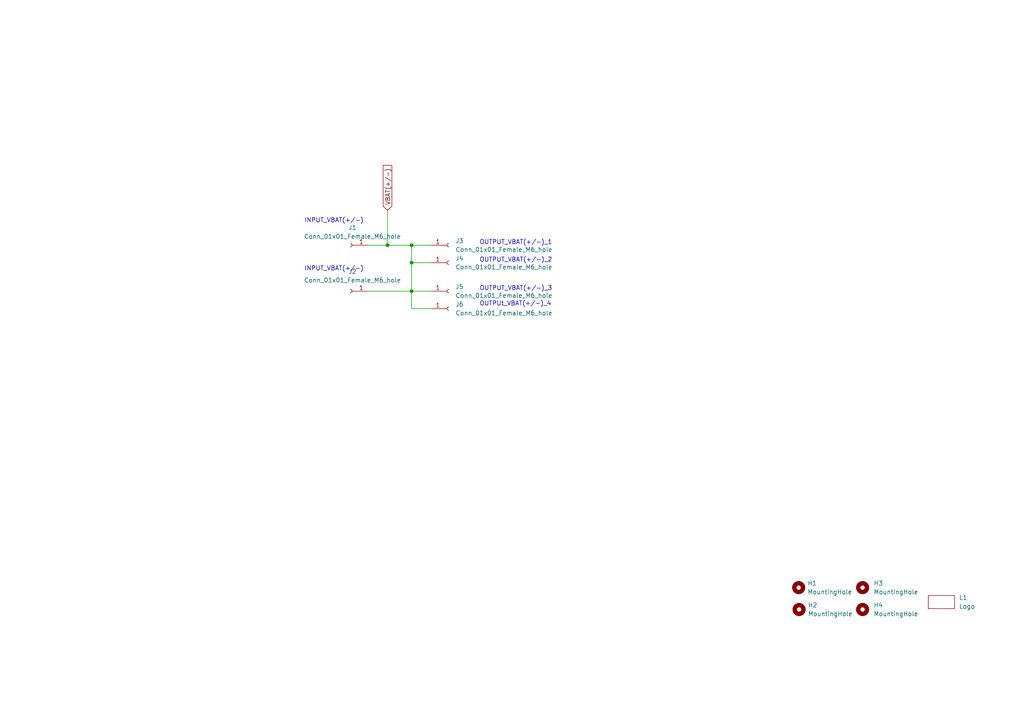
<source format=kicad_sch>
(kicad_sch (version 20211123) (generator eeschema)
  (paper "A4")
  (title_block (title "HV terminal branch 2-4") (date "2022-10-21") (rev "1.0") (company "teTra Aviation Corp."))
  (lib_symbols
    (symbol "Connector:Conn_01x01_Female" (pin_names (offset 1.016) hide)
      (property "Reference" "J" (at 0 2.54 0))
      (property "Value" "Conn_01x01_Female" (at 0 -2.54 0))
      (symbol "Conn_01x01_Female_1_1"
        (polyline (pts (xy -1.27 0) (xy -0.508 0)) (stroke (width 0.1524)))
        (arc (start 0 0.508) (mid -0.508 0) (end 0 -0.508) (stroke (width 0.1524)))
        (pin passive line (at -5.08 0 0) (length 3.81) (name "Pin_1") (number "1"))
      )
    )
    (symbol "Mechanical:MountingHole" (pin_names (offset 1.016))
      (property "Reference" "H" (at 0 5.08 0))
      (property "Value" "MountingHole" (at 0 3.175 0))
      (symbol "MountingHole_0_1"
        (circle (center 0 0) (radius 1.27) (stroke (width 1.27)))
      )
    )
    (symbol "kicad_teTra_library-1:Logo" (pin_names (offset 1.016))
      (property "Reference" "L" (at 0 5.08 0))
      (property "Value" "Logo" (at 0 1.27 0))
      (symbol "Logo_0_1"
        (rectangle (start -3.81 3.81) (end 3.81 0))
      )
    )
  )
  (junction (at 112.395 71.12))
  (junction (at 119.38 71.12))
  (junction (at 119.38 76.2))
  (junction (at 119.38 84.455))
  (wire (pts (xy 119.38 89.535) (xy 119.38 84.455)))
  (wire (pts (xy 125.095 89.535) (xy 119.38 89.535)))
  (wire (pts (xy 119.38 76.2) (xy 119.38 84.455)))
  (wire (pts (xy 119.38 84.455) (xy 125.095 84.455)))
  (wire (pts (xy 112.395 60.96) (xy 112.395 71.12)))
  (wire (pts (xy 125.095 76.2) (xy 119.38 76.2)))
  (wire (pts (xy 106.68 71.12) (xy 112.395 71.12)))
  (wire (pts (xy 112.395 71.12) (xy 119.38 71.12)))
  (wire (pts (xy 119.38 76.2) (xy 119.38 71.12)))
  (wire (pts (xy 106.68 84.455) (xy 119.38 84.455)))
  (wire (pts (xy 119.38 71.12) (xy 125.095 71.12)))
  (text "INPUT_VBAT(+/-)" (at 88.265 78.74 0) (effects (font (size 1.27 1.27)) (justify left bottom)))
  (text "OUTPUT_VBAT(+/-)_2" (at 139.065 76.2 0) (effects (font (size 1.27 1.27)) (justify left bottom)))
  (text "INPUT_VBAT(+/-)" (at 88.265 64.77 0) (effects (font (size 1.27 1.27)) (justify left bottom)))
  (text "OUTPUT_VBAT(+/-)_1" (at 139.065 71.12 0) (effects (font (size 1.27 1.27)) (justify left bottom)))
  (text "OUTPUt_VBAT(+/-)_4" (at 139.065 88.9 0) (effects (font (size 1.27 1.27)) (justify left bottom)))
  (text "OUTPUT_VBAT(+/-)_3" (at 139.065 84.455 0) (effects (font (size 1.27 1.27)) (justify left bottom)))
  (global_label "VBAT(+{slash}-)" (shape input) (at 112.395 60.96 90) (property "Intersheet References" "${INTERSHEET_REFS}" (effects hide)))
  (symbol (lib_id "Connector:Conn_01x01_Female") (at 130.175 89.535 0) (unit 1)
    (property "Reference" "J6" (at 132.08 88.2649 0) (effects (justify left)))
    (property "Value" "Conn_01x01_Female_M6_hole" (at 132.08 90.8049 0) (effects (justify left)))
    (property "Footprint" "MountingHole:MountingHole_6.4mm_M6_Pad_TopBottom" (effects hide))
  )
  (symbol (lib_id "Mechanical:MountingHole") (at 231.775 176.784 0) (unit 1)
    (property "Reference" "H2" (at 234.315 175.5139 0) (effects (justify left)))
    (property "Value" "MountingHole" (at 234.315 178.0539 0) (effects (justify left)))
    (property "Footprint" "MountingHole:MountingHole_3.2mm_M3_ISO7380" (effects hide))
  )
  (symbol (lib_id "kicad_teTra_library-1:Logo") (at 273.05 176.53 0) (unit 1)
    (property "Reference" "L1" (at 278.13 173.3549 0) (effects (justify left)))
    (property "Value" "Logo" (at 278.13 175.8949 0) (effects (justify left)))
    (property "Footprint" "kicad_teTra_footprint:teTra-logo" (effects hide))
  )
  (symbol (lib_id "Connector:Conn_01x01_Female") (at 130.175 76.2 0) (unit 1)
    (property "Reference" "J4" (at 132.08 74.9299 0) (effects (justify left)))
    (property "Value" "Conn_01x01_Female_M6_hole" (at 132.08 77.4699 0) (effects (justify left)))
    (property "Footprint" "MountingHole:MountingHole_6.4mm_M6_Pad_TopBottom" (effects hide))
  )
  (symbol (lib_id "Connector:Conn_01x01_Female") (at 130.175 84.455 0) (unit 1)
    (property "Reference" "J5" (at 132.08 83.1849 0) (effects (justify left)))
    (property "Value" "Conn_01x01_Female_M6_hole" (at 132.08 85.7249 0) (effects (justify left)))
    (property "Footprint" "MountingHole:MountingHole_6.4mm_M6_Pad_TopBottom" (effects hide))
  )
  (symbol (lib_id "Mechanical:MountingHole") (at 250.19 170.434 0) (unit 1)
    (property "Reference" "H3" (at 253.365 169.1639 0) (effects (justify left)))
    (property "Value" "MountingHole" (at 253.365 171.7039 0) (effects (justify left)))
    (property "Footprint" "MountingHole:MountingHole_3.2mm_M3_ISO7380" (effects hide))
  )
  (symbol (lib_id "Connector:Conn_01x01_Female") (at 101.6 84.455 180) (unit 1)
    (property "Reference" "J2" (at 102.235 78.74 0))
    (property "Value" "Conn_01x01_Female_M6_hole" (at 102.235 81.28 0))
    (property "Footprint" "MountingHole:MountingHole_6.4mm_M6_Pad_TopBottom" (effects hide))
  )
  (symbol (lib_id "Mechanical:MountingHole") (at 231.648 170.434 0) (unit 1)
    (property "Reference" "H1" (at 234.188 169.1639 0) (effects (justify left)))
    (property "Value" "MountingHole" (at 234.188 171.7039 0) (effects (justify left)))
    (property "Footprint" "MountingHole:MountingHole_3.2mm_M3_ISO7380" (effects hide))
  )
  (symbol (lib_id "Connector:Conn_01x01_Female") (at 130.175 71.12 0) (unit 1)
    (property "Reference" "J3" (at 132.08 69.8499 0) (effects (justify left)))
    (property "Value" "Conn_01x01_Female_M6_hole" (at 132.08 72.3899 0) (effects (justify left)))
    (property "Footprint" "MountingHole:MountingHole_6.4mm_M6_Pad_TopBottom" (effects hide))
  )
  (symbol (lib_id "Mechanical:MountingHole") (at 250.19 176.784 0) (unit 1)
    (property "Reference" "H4" (at 253.365 175.5139 0) (effects (justify left)))
    (property "Value" "MountingHole" (at 253.365 178.0539 0) (effects (justify left)))
    (property "Footprint" "MountingHole:MountingHole_3.2mm_M3_ISO7380" (effects hide))
  )
  (symbol (lib_id "Connector:Conn_01x01_Female") (at 101.6 71.12 180) (unit 1)
    (property "Reference" "J1" (at 102.235 66.04 0))
    (property "Value" "Conn_01x01_Female_M6_hole" (at 102.235 68.58 0))
    (property "Footprint" "MountingHole:MountingHole_6.4mm_M6_Pad_TopBottom" (effects hide))
  )
)
</source>
